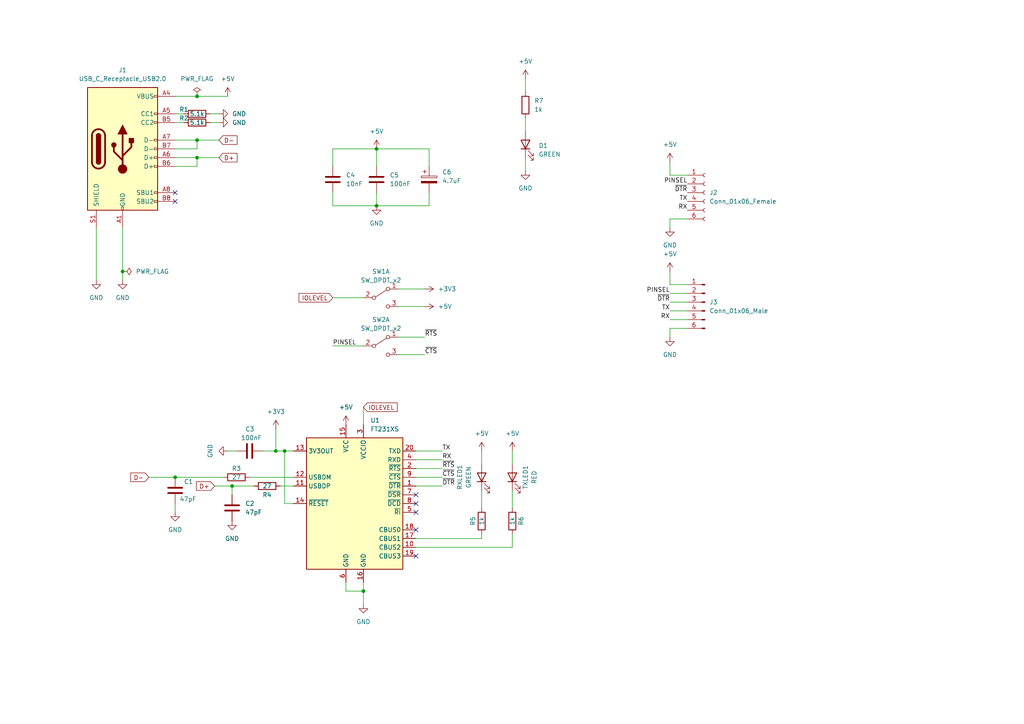
<source format=kicad_sch>
(kicad_sch (version 20211123) (generator eeschema)
  (paper "A4")
  (title_block (title "USB-TTL") (date "2022-08-03") (rev "v0.1") (company "Null NaN") (comment 1 "Feature: Type-C Level Changer") (comment 2 "Made with ♥"))
  (lib_symbols
    (symbol "Connector:Conn_01x06_Female" (pin_names (offset 1.016) hide)
      (property "Reference" "J" (at 0 7.62 0))
      (property "Value" "Conn_01x06_Female" (at 0 -10.16 0))
      (symbol "Conn_01x06_Female_1_1"
        (arc (start 0 -7.112) (mid -0.508 -7.62) (end 0 -8.128) (stroke (width 0.1524)))
        (arc (start 0 -4.572) (mid -0.508 -5.08) (end 0 -5.588) (stroke (width 0.1524)))
        (arc (start 0 -2.032) (mid -0.508 -2.54) (end 0 -3.048) (stroke (width 0.1524)))
        (polyline (pts (xy -1.27 -7.62) (xy -0.508 -7.62)) (stroke (width 0.1524)))
        (polyline (pts (xy -1.27 -5.08) (xy -0.508 -5.08)) (stroke (width 0.1524)))
        (polyline (pts (xy -1.27 -2.54) (xy -0.508 -2.54)) (stroke (width 0.1524)))
        (polyline (pts (xy -1.27 0) (xy -0.508 0)) (stroke (width 0.1524)))
        (polyline (pts (xy -1.27 2.54) (xy -0.508 2.54)) (stroke (width 0.1524)))
        (polyline (pts (xy -1.27 5.08) (xy -0.508 5.08)) (stroke (width 0.1524)))
        (arc (start 0 0.508) (mid -0.508 0) (end 0 -0.508) (stroke (width 0.1524)))
        (arc (start 0 3.048) (mid -0.508 2.54) (end 0 2.032) (stroke (width 0.1524)))
        (arc (start 0 5.588) (mid -0.508 5.08) (end 0 4.572) (stroke (width 0.1524)))
        (pin passive line (at -5.08 5.08 0) (length 3.81) (name "Pin_1") (number "1"))
        (pin passive line (at -5.08 2.54 0) (length 3.81) (name "Pin_2") (number "2"))
        (pin passive line (at -5.08 0 0) (length 3.81) (name "Pin_3") (number "3"))
        (pin passive line (at -5.08 -2.54 0) (length 3.81) (name "Pin_4") (number "4"))
        (pin passive line (at -5.08 -5.08 0) (length 3.81) (name "Pin_5") (number "5"))
        (pin passive line (at -5.08 -7.62 0) (length 3.81) (name "Pin_6") (number "6"))
      )
    )
    (symbol "Connector:Conn_01x06_Male" (pin_names (offset 1.016) hide)
      (property "Reference" "J" (at 0 7.62 0))
      (property "Value" "Conn_01x06_Male" (at 0 -10.16 0))
      (symbol "Conn_01x06_Male_1_1"
        (polyline (pts (xy 1.27 -7.62) (xy 0.8636 -7.62)) (stroke (width 0.1524)))
        (polyline (pts (xy 1.27 -5.08) (xy 0.8636 -5.08)) (stroke (width 0.1524)))
        (polyline (pts (xy 1.27 -2.54) (xy 0.8636 -2.54)) (stroke (width 0.1524)))
        (polyline (pts (xy 1.27 0) (xy 0.8636 0)) (stroke (width 0.1524)))
        (polyline (pts (xy 1.27 2.54) (xy 0.8636 2.54)) (stroke (width 0.1524)))
        (polyline (pts (xy 1.27 5.08) (xy 0.8636 5.08)) (stroke (width 0.1524)))
        (rectangle (start 0.8636 -7.493) (end 0 -7.747) (stroke (width 0.1524)) (fill (type outline)))
        (rectangle (start 0.8636 -4.953) (end 0 -5.207) (stroke (width 0.1524)) (fill (type outline)))
        (rectangle (start 0.8636 -2.413) (end 0 -2.667) (stroke (width 0.1524)) (fill (type outline)))
        (rectangle (start 0.8636 0.127) (end 0 -0.127) (stroke (width 0.1524)) (fill (type outline)))
        (rectangle (start 0.8636 2.667) (end 0 2.413) (stroke (width 0.1524)) (fill (type outline)))
        (rectangle (start 0.8636 5.207) (end 0 4.953) (stroke (width 0.1524)) (fill (type outline)))
        (pin passive line (at 5.08 5.08 180) (length 3.81) (name "Pin_1") (number "1"))
        (pin passive line (at 5.08 2.54 180) (length 3.81) (name "Pin_2") (number "2"))
        (pin passive line (at 5.08 0 180) (length 3.81) (name "Pin_3") (number "3"))
        (pin passive line (at 5.08 -2.54 180) (length 3.81) (name "Pin_4") (number "4"))
        (pin passive line (at 5.08 -5.08 180) (length 3.81) (name "Pin_5") (number "5"))
        (pin passive line (at 5.08 -7.62 180) (length 3.81) (name "Pin_6") (number "6"))
      )
    )
    (symbol "Connector:USB_C_Receptacle_USB2.0" (pin_names (offset 1.016))
      (property "Reference" "J" (at -10.16 19.05 0))
      (property "Value" "USB_C_Receptacle_USB2.0" (at 19.05 19.05 0))
      (symbol "USB_C_Receptacle_USB2.0_0_0"
        (rectangle (start -0.254 -17.78) (end 0.254 -16.764))
        (rectangle (start 10.16 -14.986) (end 9.144 -15.494))
        (rectangle (start 10.16 -12.446) (end 9.144 -12.954))
        (rectangle (start 10.16 -4.826) (end 9.144 -5.334))
        (rectangle (start 10.16 -2.286) (end 9.144 -2.794))
        (rectangle (start 10.16 0.254) (end 9.144 -0.254))
        (rectangle (start 10.16 2.794) (end 9.144 2.286))
        (rectangle (start 10.16 7.874) (end 9.144 7.366))
        (rectangle (start 10.16 10.414) (end 9.144 9.906))
        (rectangle (start 10.16 15.494) (end 9.144 14.986))
      )
      (symbol "USB_C_Receptacle_USB2.0_0_1"
        (rectangle (start -10.16 17.78) (end 10.16 -17.78) (stroke (width 0.254)) (fill (type background)))
        (arc (start -8.89 -3.81) (mid -6.985 -5.715) (end -5.08 -3.81) (stroke (width 0.508)))
        (arc (start -7.62 -3.81) (mid -6.985 -4.445) (end -6.35 -3.81) (stroke (width 0.254)))
        (arc (start -7.62 -3.81) (mid -6.985 -4.445) (end -6.35 -3.81) (stroke (width 0.254)) (fill (type outline)))
        (rectangle (start -7.62 -3.81) (end -6.35 3.81) (stroke (width 0.254)) (fill (type outline)))
        (arc (start -6.35 3.81) (mid -6.985 4.445) (end -7.62 3.81) (stroke (width 0.254)))
        (arc (start -6.35 3.81) (mid -6.985 4.445) (end -7.62 3.81) (stroke (width 0.254)) (fill (type outline)))
        (arc (start -5.08 3.81) (mid -6.985 5.715) (end -8.89 3.81) (stroke (width 0.508)))
        (circle (center -2.54 1.143) (radius 0.635) (stroke (width 0.254)) (fill (type outline)))
        (circle (center 0 -5.842) (radius 1.27) (fill (type outline)))
        (polyline (pts (xy -8.89 -3.81) (xy -8.89 3.81)) (stroke (width 0.508)))
        (polyline (pts (xy -5.08 3.81) (xy -5.08 -3.81)) (stroke (width 0.508)))
        (polyline (pts (xy 0 -5.842) (xy 0 4.318)) (stroke (width 0.508)))
        (polyline (pts (xy 0 -3.302) (xy -2.54 -0.762) (xy -2.54 0.508)) (stroke (width 0.508)))
        (polyline (pts (xy 0 -2.032) (xy 2.54 0.508) (xy 2.54 1.778)) (stroke (width 0.508)))
        (polyline (pts (xy -1.27 4.318) (xy 0 6.858) (xy 1.27 4.318) (xy -1.27 4.318)) (stroke (width 0.254)) (fill (type outline)))
        (rectangle (start 1.905 1.778) (end 3.175 3.048) (stroke (width 0.254)) (fill (type outline)))
      )
      (symbol "USB_C_Receptacle_USB2.0_1_1"
        (pin passive line (at 0 -22.86 90) (length 5.08) (name "GND") (number "A1"))
        (pin passive line (at 0 -22.86 90) (length 5.08) hide (name "GND") (number "A12"))
        (pin passive line (at 15.24 15.24 180) (length 5.08) (name "VBUS") (number "A4"))
        (pin bidirectional line (at 15.24 10.16 180) (length 5.08) (name "CC1") (number "A5"))
        (pin bidirectional line (at 15.24 -2.54 180) (length 5.08) (name "D+") (number "A6"))
        (pin bidirectional line (at 15.24 2.54 180) (length 5.08) (name "D-") (number "A7"))
        (pin bidirectional line (at 15.24 -12.7 180) (length 5.08) (name "SBU1") (number "A8"))
        (pin passive line (at 15.24 15.24 180) (length 5.08) hide (name "VBUS") (number "A9"))
        (pin passive line (at 0 -22.86 90) (length 5.08) hide (name "GND") (number "B1"))
        (pin passive line (at 0 -22.86 90) (length 5.08) hide (name "GND") (number "B12"))
        (pin passive line (at 15.24 15.24 180) (length 5.08) hide (name "VBUS") (number "B4"))
        (pin bidirectional line (at 15.24 7.62 180) (length 5.08) (name "CC2") (number "B5"))
        (pin bidirectional line (at 15.24 -5.08 180) (length 5.08) (name "D+") (number "B6"))
        (pin bidirectional line (at 15.24 0 180) (length 5.08) (name "D-") (number "B7"))
        (pin bidirectional line (at 15.24 -15.24 180) (length 5.08) (name "SBU2") (number "B8"))
        (pin passive line (at 15.24 15.24 180) (length 5.08) hide (name "VBUS") (number "B9"))
        (pin passive line (at -7.62 -22.86 90) (length 5.08) (name "SHIELD") (number "S1"))
      )
    )
    (symbol "Device:C" (pin_numbers hide) (pin_names (offset 0.254))
      (property "Reference" "C" (at 0.635 2.54 0))
      (property "Value" "C" (at 0.635 -2.54 0))
      (symbol "C_0_1"
        (polyline (pts (xy -2.032 -0.762) (xy 2.032 -0.762)) (stroke (width 0.508)))
        (polyline (pts (xy -2.032 0.762) (xy 2.032 0.762)) (stroke (width 0.508)))
      )
      (symbol "C_1_1"
        (pin passive line (at 0 3.81 270) (length 2.794) (name "~") (number "1"))
        (pin passive line (at 0 -3.81 90) (length 2.794) (name "~") (number "2"))
      )
    )
    (symbol "Device:C_Polarized" (pin_numbers hide) (pin_names (offset 0.254))
      (property "Reference" "C" (at 0.635 2.54 0))
      (property "Value" "C_Polarized" (at 0.635 -2.54 0))
      (symbol "C_Polarized_0_1"
        (rectangle (start -2.286 0.508) (end 2.286 1.016))
        (polyline (pts (xy -1.778 2.286) (xy -0.762 2.286)))
        (polyline (pts (xy -1.27 2.794) (xy -1.27 1.778)))
        (rectangle (start 2.286 -0.508) (end -2.286 -1.016) (fill (type outline)))
      )
      (symbol "C_Polarized_1_1"
        (pin passive line (at 0 3.81 270) (length 2.794) (name "~") (number "1"))
        (pin passive line (at 0 -3.81 90) (length 2.794) (name "~") (number "2"))
      )
    )
    (symbol "Device:LED" (pin_numbers hide) (pin_names (offset 1.016) hide)
      (property "Reference" "D" (at 0 2.54 0))
      (property "Value" "LED" (at 0 -2.54 0))
      (symbol "LED_0_1"
        (polyline (pts (xy -1.27 -1.27) (xy -1.27 1.27)) (stroke (width 0.254)))
        (polyline (pts (xy -1.27 0) (xy 1.27 0)))
        (polyline (pts (xy 1.27 -1.27) (xy 1.27 1.27) (xy -1.27 0) (xy 1.27 -1.27)) (stroke (width 0.254)))
        (polyline (pts (xy -3.048 -0.762) (xy -4.572 -2.286) (xy -3.81 -2.286) (xy -4.572 -2.286) (xy -4.572 -1.524)))
        (polyline (pts (xy -1.778 -0.762) (xy -3.302 -2.286) (xy -2.54 -2.286) (xy -3.302 -2.286) (xy -3.302 -1.524)))
      )
      (symbol "LED_1_1"
        (pin passive line (at -3.81 0 0) (length 2.54) (name "K") (number "1"))
        (pin passive line (at 3.81 0 180) (length 2.54) (name "A") (number "2"))
      )
    )
    (symbol "Device:R" (pin_numbers hide) (pin_names (offset 0))
      (property "Reference" "R" (at 2.032 0 90))
      (property "Value" "R" (at 0 0 90))
      (symbol "R_0_1"
        (rectangle (start -1.016 -2.54) (end 1.016 2.54) (stroke (width 0.254)))
      )
      (symbol "R_1_1"
        (pin passive line (at 0 3.81 270) (length 1.27) (name "~") (number "1"))
        (pin passive line (at 0 -3.81 90) (length 1.27) (name "~") (number "2"))
      )
    )
    (symbol "Interface_USB:FT231XS"
      (property "Reference" "U" (at -13.97 20.32 0))
      (property "Value" "FT231XS" (at 7.62 20.32 0))
      (symbol "FT231XS_0_1"
        (rectangle (start -13.97 19.05) (end 13.97 -19.05) (stroke (width 0.254)) (fill (type background)))
      )
      (symbol "FT231XS_1_1"
        (pin output line (at 17.78 5.08 180) (length 3.81) (name "~{DTR}") (number "1"))
        (pin bidirectional line (at 17.78 -12.7 180) (length 3.81) (name "CBUS2") (number "10"))
        (pin bidirectional line (at -17.78 5.08 0) (length 3.81) (name "USBDP") (number "11"))
        (pin bidirectional line (at -17.78 7.62 0) (length 3.81) (name "USBDM") (number "12"))
        (pin power_out line (at -17.78 15.24 0) (length 3.81) (name "3V3OUT") (number "13"))
        (pin input line (at -17.78 0 0) (length 3.81) (name "~{RESET}") (number "14"))
        (pin power_in line (at -2.54 22.86 270) (length 3.81) (name "VCC") (number "15"))
        (pin power_in line (at 2.54 -22.86 90) (length 3.81) (name "GND") (number "16"))
        (pin bidirectional line (at 17.78 -10.16 180) (length 3.81) (name "CBUS1") (number "17"))
        (pin bidirectional line (at 17.78 -7.62 180) (length 3.81) (name "CBUS0") (number "18"))
        (pin bidirectional line (at 17.78 -15.24 180) (length 3.81) (name "CBUS3") (number "19"))
        (pin output line (at 17.78 10.16 180) (length 3.81) (name "~{RTS}") (number "2"))
        (pin output line (at 17.78 15.24 180) (length 3.81) (name "TXD") (number "20"))
        (pin power_in line (at 2.54 22.86 270) (length 3.81) (name "VCCIO") (number "3"))
        (pin input line (at 17.78 12.7 180) (length 3.81) (name "RXD") (number "4"))
        (pin input line (at 17.78 -2.54 180) (length 3.81) (name "~{RI}") (number "5"))
        (pin power_in line (at -2.54 -22.86 90) (length 3.81) (name "GND") (number "6"))
        (pin input line (at 17.78 2.54 180) (length 3.81) (name "~{DSR}") (number "7"))
        (pin input line (at 17.78 0 180) (length 3.81) (name "~{DCD}") (number "8"))
        (pin input line (at 17.78 7.62 180) (length 3.81) (name "~{CTS}") (number "9"))
      )
    )
    (symbol "Switch:SW_DPDT_x2" (pin_names (offset 0) hide)
      (property "Reference" "SW" (at 0 4.318 0))
      (property "Value" "SW_DPDT_x2" (at 0 -5.08 0))
      (symbol "SW_DPDT_x2_0_0"
        (circle (center -2.032 0) (radius 0.508))
        (circle (center 2.032 -2.54) (radius 0.508))
      )
      (symbol "SW_DPDT_x2_0_1"
        (polyline (pts (xy -1.524 0.254) (xy 1.651 2.286)))
        (circle (center 2.032 2.54) (radius 0.508))
      )
      (symbol "SW_DPDT_x2_1_1"
        (pin passive line (at 5.08 2.54 180) (length 2.54) (name "A") (number "1"))
        (pin passive line (at -5.08 0 0) (length 2.54) (name "B") (number "2"))
        (pin passive line (at 5.08 -2.54 180) (length 2.54) (name "C") (number "3"))
      )
      (symbol "SW_DPDT_x2_2_1"
        (pin passive line (at 5.08 2.54 180) (length 2.54) (name "A") (number "4"))
        (pin passive line (at -5.08 0 0) (length 2.54) (name "B") (number "5"))
        (pin passive line (at 5.08 -2.54 180) (length 2.54) (name "C") (number "6"))
      )
    )
    (symbol "power:+3V3" (power) (pin_names (offset 0))
      (property "Value" "+3V3" (at 0 3.556 0))
      (symbol "+3V3_0_1"
        (polyline (pts (xy -0.762 1.27) (xy 0 2.54)))
        (polyline (pts (xy 0 0) (xy 0 2.54)))
        (polyline (pts (xy 0 2.54) (xy 0.762 1.27)))
      )
      (symbol "+3V3_1_1"
        (pin power_in line (at 0 0 90) (length 0) hide (name "+3V3") (number "1"))
      )
    )
    (symbol "power:+5V" (power) (pin_names (offset 0))
      (property "Value" "+5V" (at 0 3.556 0))
      (symbol "+5V_0_1"
        (polyline (pts (xy -0.762 1.27) (xy 0 2.54)))
        (polyline (pts (xy 0 0) (xy 0 2.54)))
        (polyline (pts (xy 0 2.54) (xy 0.762 1.27)))
      )
      (symbol "+5V_1_1"
        (pin power_in line (at 0 0 90) (length 0) hide (name "+5V") (number "1"))
      )
    )
    (symbol "power:GND" (power) (pin_names (offset 0))
      (property "Value" "GND" (at 0 -3.81 0))
      (symbol "GND_0_1"
        (polyline (pts (xy 0 0) (xy 0 -1.27) (xy 1.27 -1.27) (xy 0 -2.54) (xy -1.27 -1.27) (xy 0 -1.27)))
      )
      (symbol "GND_1_1"
        (pin power_in line (at 0 0 270) (length 0) hide (name "GND") (number "1"))
      )
    )
    (symbol "power:PWR_FLAG" (power) (pin_numbers hide) (pin_names (offset 0) hide)
      (property "Value" "PWR_FLAG" (at 0 3.81 0))
      (symbol "PWR_FLAG_0_0"
        (pin power_out line (at 0 0 90) (length 0) (name "pwr") (number "1"))
      )
      (symbol "PWR_FLAG_0_1"
        (polyline (pts (xy 0 0) (xy 0 1.27) (xy -1.016 1.905) (xy 0 2.54) (xy 1.016 1.905) (xy 0 1.27)))
      )
    )
  )
  (junction (at 105.41 171.45))
  (junction (at 57.15 45.72))
  (junction (at 57.15 27.94))
  (junction (at 109.22 43.18))
  (junction (at 109.22 59.69))
  (junction (at 80.01 130.81))
  (junction (at 67.31 140.97))
  (junction (at 50.8 138.43))
  (junction (at 82.55 130.81))
  (junction (at 35.56 78.74))
  (junction (at 57.15 40.64))
  (no_connect (at 120.65 143.51))
  (no_connect (at 120.65 146.05))
  (no_connect (at 120.65 148.59))
  (no_connect (at 120.65 153.67))
  (no_connect (at 120.65 161.29))
  (no_connect (at 50.8 55.88))
  (no_connect (at 50.8 58.42))
  (wire (pts (xy 139.7 156.21) (xy 139.7 154.94)))
  (wire (pts (xy 115.57 97.79) (xy 123.19 97.79)))
  (wire (pts (xy 60.96 33.02) (xy 63.5 33.02)))
  (wire (pts (xy 194.31 63.5) (xy 199.39 63.5)))
  (wire (pts (xy 194.31 63.5) (xy 194.31 66.04)))
  (wire (pts (xy 57.15 43.18) (xy 57.15 40.64)))
  (wire (pts (xy 57.15 48.26) (xy 57.15 45.72)))
  (wire (pts (xy 109.22 55.88) (xy 109.22 59.69)))
  (wire (pts (xy 82.55 130.81) (xy 82.55 146.05)))
  (wire (pts (xy 57.15 45.72) (xy 63.5 45.72)))
  (wire (pts (xy 81.28 140.97) (xy 85.09 140.97)))
  (wire (pts (xy 96.52 100.33) (xy 105.41 100.33)))
  (wire (pts (xy 50.8 35.56) (xy 53.34 35.56)))
  (wire (pts (xy 96.52 43.18) (xy 96.52 48.26)))
  (wire (pts (xy 50.8 27.94) (xy 57.15 27.94)))
  (wire (pts (xy 105.41 171.45) (xy 105.41 175.26)))
  (wire (pts (xy 35.56 78.74) (xy 35.56 81.28)))
  (wire (pts (xy 109.22 43.18) (xy 124.46 43.18)))
  (wire (pts (xy 120.65 130.81) (xy 128.27 130.81)))
  (wire (pts (xy 80.01 124.46) (xy 80.01 130.81)))
  (wire (pts (xy 57.15 40.64) (xy 63.5 40.64)))
  (wire (pts (xy 105.41 118.11) (xy 105.41 123.19)))
  (wire (pts (xy 35.56 66.04) (xy 35.56 78.74)))
  (wire (pts (xy 120.65 135.89) (xy 128.27 135.89)))
  (wire (pts (xy 109.22 43.18) (xy 109.22 48.26)))
  (wire (pts (xy 109.22 43.18) (xy 96.52 43.18)))
  (wire (pts (xy 120.65 156.21) (xy 139.7 156.21)))
  (wire (pts (xy 194.31 85.09) (xy 199.39 85.09)))
  (wire (pts (xy 50.8 33.02) (xy 53.34 33.02)))
  (wire (pts (xy 120.65 158.75) (xy 148.59 158.75)))
  (wire (pts (xy 43.18 138.43) (xy 50.8 138.43)))
  (wire (pts (xy 115.57 102.87) (xy 123.19 102.87)))
  (wire (pts (xy 152.4 45.72) (xy 152.4 49.53)))
  (wire (pts (xy 115.57 83.82) (xy 123.19 83.82)))
  (wire (pts (xy 67.31 140.97) (xy 73.66 140.97)))
  (wire (pts (xy 80.01 130.81) (xy 82.55 130.81)))
  (wire (pts (xy 76.2 130.81) (xy 80.01 130.81)))
  (wire (pts (xy 96.52 86.36) (xy 105.41 86.36)))
  (wire (pts (xy 96.52 55.88) (xy 96.52 59.69)))
  (wire (pts (xy 194.31 78.74) (xy 194.31 82.55)))
  (wire (pts (xy 115.57 88.9) (xy 123.19 88.9)))
  (wire (pts (xy 109.22 59.69) (xy 124.46 59.69)))
  (wire (pts (xy 96.52 59.69) (xy 109.22 59.69)))
  (wire (pts (xy 100.33 168.91) (xy 100.33 171.45)))
  (wire (pts (xy 50.8 43.18) (xy 57.15 43.18)))
  (wire (pts (xy 50.8 45.72) (xy 57.15 45.72)))
  (wire (pts (xy 194.31 82.55) (xy 199.39 82.55)))
  (wire (pts (xy 139.7 134.62) (xy 139.7 130.81)))
  (wire (pts (xy 100.33 171.45) (xy 105.41 171.45)))
  (wire (pts (xy 120.65 140.97) (xy 128.27 140.97)))
  (wire (pts (xy 148.59 134.62) (xy 148.59 130.81)))
  (wire (pts (xy 152.4 34.29) (xy 152.4 38.1)))
  (wire (pts (xy 148.59 158.75) (xy 148.59 154.94)))
  (wire (pts (xy 27.94 66.04) (xy 27.94 81.28)))
  (wire (pts (xy 50.8 138.43) (xy 64.77 138.43)))
  (wire (pts (xy 148.59 147.32) (xy 148.59 142.24)))
  (wire (pts (xy 82.55 146.05) (xy 85.09 146.05)))
  (wire (pts (xy 72.39 138.43) (xy 85.09 138.43)))
  (wire (pts (xy 194.31 87.63) (xy 199.39 87.63)))
  (wire (pts (xy 194.31 95.25) (xy 199.39 95.25)))
  (wire (pts (xy 50.8 146.05) (xy 50.8 148.59)))
  (wire (pts (xy 62.23 140.97) (xy 67.31 140.97)))
  (wire (pts (xy 152.4 22.86) (xy 152.4 26.67)))
  (wire (pts (xy 105.41 168.91) (xy 105.41 171.45)))
  (wire (pts (xy 68.58 130.81) (xy 66.04 130.81)))
  (wire (pts (xy 50.8 40.64) (xy 57.15 40.64)))
  (wire (pts (xy 139.7 147.32) (xy 139.7 142.24)))
  (wire (pts (xy 194.31 92.71) (xy 199.39 92.71)))
  (wire (pts (xy 194.31 50.8) (xy 199.39 50.8)))
  (wire (pts (xy 82.55 130.81) (xy 85.09 130.81)))
  (wire (pts (xy 60.96 35.56) (xy 63.5 35.56)))
  (wire (pts (xy 50.8 48.26) (xy 57.15 48.26)))
  (wire (pts (xy 194.31 46.99) (xy 194.31 50.8)))
  (wire (pts (xy 194.31 95.25) (xy 194.31 97.79)))
  (wire (pts (xy 124.46 59.69) (xy 124.46 55.88)))
  (wire (pts (xy 120.65 133.35) (xy 128.27 133.35)))
  (wire (pts (xy 194.31 90.17) (xy 199.39 90.17)))
  (wire (pts (xy 67.31 140.97) (xy 67.31 143.51)))
  (wire (pts (xy 57.15 27.94) (xy 66.04 27.94)))
  (wire (pts (xy 120.65 138.43) (xy 128.27 138.43)))
  (wire (pts (xy 124.46 43.18) (xy 124.46 48.26)))
  (label "~{CTS}" (at 123.19 102.87 0))
  (label "RX" (at 199.39 60.96 180))
  (label "PINSEL" (at 96.52 100.33 0))
  (label "TX" (at 199.39 58.42 180))
  (label "PINSEL" (at 194.31 85.09 180))
  (label "~{DTR}" (at 199.39 55.88 180))
  (label "PINSEL" (at 199.39 53.34 180))
  (label "TX" (at 194.31 90.17 180))
  (label "~{RTS}" (at 123.19 97.79 0))
  (label "~{CTS}" (at 128.27 138.43 0))
  (label "~{DTR}" (at 194.31 87.63 180))
  (label "~{RTS}" (at 128.27 135.89 0))
  (label "RX" (at 128.27 133.35 0))
  (label "~{DTR}" (at 128.27 140.97 0))
  (label "TX" (at 128.27 130.81 0))
  (label "RX" (at 194.31 92.71 180))
  (global_label "IOLEVEL" (shape input) (at 96.52 86.36 180) (property "Intersheet References" "${INTERSHEET_REFS}" (effects hide)))
  (global_label "D-" (shape input) (at 43.18 138.43 180) (property "Intersheet References" "${INTERSHEET_REFS}" (effects hide)))
  (global_label "D-" (shape input) (at 63.5 40.64 0) (property "Intersheet References" "${INTERSHEET_REFS}" (effects hide)))
  (global_label "D+" (shape input) (at 62.23 140.97 180) (property "Intersheet References" "${INTERSHEET_REFS}" (effects hide)))
  (global_label "D+" (shape input) (at 63.5 45.72 0) (property "Intersheet References" "${INTERSHEET_REFS}" (effects hide)))
  (global_label "IOLEVEL" (shape input) (at 105.41 118.11 0) (property "Intersheet References" "${INTERSHEET_REFS}" (effects hide)))
  (symbol (lib_id "power:+5V") (at 148.59 130.81 0) (unit 1)
    (property "Reference" "#PWR017" (effects hide))
    (property "Value" "+5V" (at 148.59 125.73 0))
  )
  (symbol (lib_id "Interface_USB:FT231XS") (at 102.87 146.05 0) (unit 1)
    (property "Reference" "U1" (at 107.4294 121.92 0) (effects (justify left)))
    (property "Value" "FT231XS" (at 107.4294 124.46 0) (effects (justify left)))
    (property "Footprint" "Package_SO:SSOP-20_3.9x8.7mm_P0.635mm" (effects hide))
    (property "Datasheet" "https://www.ftdichip.com/Support/Documents/DataSheets/ICs/DS_FT231X.pdf" (effects hide))
  )
  (symbol (lib_id "Device:C_Polarized") (at 124.46 52.07 0) (unit 1)
    (property "Reference" "C6" (at 128.27 49.9109 0) (effects (justify left)))
    (property "Value" "4.7uF" (at 128.27 52.4509 0) (effects (justify left)))
  )
  (symbol (lib_id "power:GND") (at 50.8 148.59 0) (unit 1)
    (property "Reference" "#PWR03" (effects hide))
    (property "Value" "GND" (at 50.8 153.67 0))
  )
  (symbol (lib_id "power:+5V") (at 109.22 43.18 0) (unit 1)
    (property "Reference" "#PWR012" (effects hide))
    (property "Value" "+5V" (at 109.22 38.1 0))
  )
  (symbol (lib_id "power:GND") (at 63.5 35.56 90) (unit 1)
    (property "Reference" "#PWR05" (effects hide))
    (property "Value" "GND" (at 67.31 35.5599 90) (effects (justify right)))
  )
  (symbol (lib_id "power:+5V") (at 152.4 22.86 0) (unit 1)
    (property "Reference" "#PWR018" (effects hide))
    (property "Value" "+5V" (at 152.4 17.78 0))
  )
  (symbol (lib_id "Device:R") (at 139.7 151.13 180) (unit 1)
    (property "Reference" "R5" (at 137.16 151.13 90))
    (property "Value" "1k" (at 139.7 151.13 90))
  )
  (symbol (lib_id "Device:R") (at 152.4 30.48 0) (unit 1)
    (property "Reference" "R7" (at 154.94 29.2099 0) (effects (justify left)))
    (property "Value" "1k" (at 154.94 31.7499 0) (effects (justify left)))
  )
  (symbol (lib_id "Connector:Conn_01x06_Male") (at 204.47 87.63 0) (mirror y) (unit 1)
    (property "Reference" "J3" (at 205.74 87.6299 0) (effects (justify right)))
    (property "Value" "Conn_01x06_Male" (at 205.74 90.1699 0) (effects (justify right)))
  )
  (symbol (lib_id "power:+5V") (at 123.19 88.9 270) (unit 1)
    (property "Reference" "#PWR015" (effects hide))
    (property "Value" "+5V" (at 127 88.8999 90) (effects (justify left)))
  )
  (symbol (lib_id "Switch:SW_DPDT_x2") (at 110.49 86.36 0) (unit 1)
    (property "Reference" "SW1" (at 110.49 78.74 0))
    (property "Value" "SW_DPDT_x2" (at 110.49 81.28 0))
  )
  (symbol (lib_id "Device:R") (at 77.47 140.97 90) (unit 1)
    (property "Reference" "R4" (at 77.47 143.51 90))
    (property "Value" "27" (at 77.47 140.97 90))
  )
  (symbol (lib_id "power:GND") (at 152.4 49.53 0) (unit 1)
    (property "Reference" "#PWR019" (effects hide))
    (property "Value" "GND" (at 152.4 54.61 0))
  )
  (symbol (lib_id "Device:LED") (at 139.7 138.43 90) (unit 1)
    (property "Reference" "RXLED1" (at 133.35 138.43 0))
    (property "Value" "GREEN" (at 135.89 138.43 0))
  )
  (symbol (lib_id "Connector:USB_C_Receptacle_USB2.0") (at 35.56 43.18 0) (unit 1)
    (property "Reference" "J1" (at 35.56 20.32 0))
    (property "Value" "USB_C_Receptacle_USB2.0" (at 35.56 22.86 0))
    (property "Datasheet" "https://www.usb.org/sites/default/files/documents/usb_type-c.zip" (effects hide))
  )
  (symbol (lib_id "Switch:SW_DPDT_x2") (at 110.49 100.33 0) (unit 1)
    (property "Reference" "SW2" (at 110.49 92.71 0))
    (property "Value" "SW_DPDT_x2" (at 110.49 95.25 0))
  )
  (symbol (lib_id "power:GND") (at 194.31 66.04 0) (unit 1)
    (property "Reference" "#PWR021" (effects hide))
    (property "Value" "GND" (at 194.31 71.12 0))
  )
  (symbol (lib_id "power:GND") (at 27.94 81.28 0) (unit 1)
    (property "Reference" "#PWR01" (effects hide))
    (property "Value" "GND" (at 27.94 86.36 0))
  )
  (symbol (lib_id "power:GND") (at 105.41 175.26 0) (unit 1)
    (property "Reference" "#PWR011" (effects hide))
    (property "Value" "GND" (at 105.41 180.34 0))
  )
  (symbol (lib_id "power:+5V") (at 194.31 46.99 0) (mirror y) (unit 1)
    (property "Reference" "#PWR020" (effects hide))
    (property "Value" "+5V" (at 194.31 41.91 0))
  )
  (symbol (lib_id "Device:LED") (at 148.59 138.43 90) (unit 1)
    (property "Reference" "TXLED1" (at 152.4 138.43 0))
    (property "Value" "RED" (at 154.94 138.43 0))
  )
  (symbol (lib_id "power:GND") (at 67.31 151.13 0) (unit 1)
    (property "Reference" "#PWR08" (effects hide))
    (property "Value" "GND" (at 67.31 156.21 0))
  )
  (symbol (lib_id "Device:C") (at 72.39 130.81 270) (unit 1)
    (property "Reference" "C3" (at 71.12 124.46 90) (effects (justify left)))
    (property "Value" "100nF" (at 69.85 127 90) (effects (justify left)))
  )
  (symbol (lib_id "Device:C") (at 50.8 142.24 0) (unit 1)
    (property "Reference" "C1" (at 53.34 139.7 0) (effects (justify left)))
    (property "Value" "47pF" (at 52.07 144.78 0) (effects (justify left)))
  )
  (symbol (lib_id "power:GND") (at 35.56 81.28 0) (unit 1)
    (property "Reference" "#PWR02" (effects hide))
    (property "Value" "GND" (at 35.56 86.36 0))
  )
  (symbol (lib_id "power:GND") (at 66.04 130.81 270) (unit 1)
    (property "Reference" "#PWR07" (effects hide))
    (property "Value" "GND" (at 60.96 130.81 0))
  )
  (symbol (lib_id "Connector:Conn_01x06_Female") (at 204.47 55.88 0) (unit 1)
    (property "Reference" "J2" (at 205.74 55.8799 0) (effects (justify left)))
    (property "Value" "Conn_01x06_Female" (at 205.74 58.4199 0) (effects (justify left)))
  )
  (symbol (lib_id "power:+3V3") (at 123.19 83.82 270) (unit 1)
    (property "Reference" "#PWR014" (effects hide))
    (property "Value" "+3V3" (at 127 83.8199 90) (effects (justify left)))
  )
  (symbol (lib_id "power:PWR_FLAG") (at 57.15 27.94 0) (unit 1)
    (property "Reference" "#FLG02" (effects hide))
    (property "Value" "PWR_FLAG" (at 57.15 22.86 0))
  )
  (symbol (lib_id "power:GND") (at 194.31 97.79 0) (unit 1)
    (property "Reference" "#PWR023" (effects hide))
    (property "Value" "GND" (at 194.31 102.87 0))
  )
  (symbol (lib_id "Device:R") (at 68.58 138.43 90) (unit 1)
    (property "Reference" "R3" (at 68.58 135.89 90))
    (property "Value" "27" (at 68.58 138.43 90))
  )
  (symbol (lib_id "power:GND") (at 63.5 33.02 90) (unit 1)
    (property "Reference" "#PWR04" (effects hide))
    (property "Value" "GND" (at 67.31 33.0199 90) (effects (justify right)))
  )
  (symbol (lib_id "power:+5V") (at 194.31 78.74 0) (unit 1)
    (property "Reference" "#PWR022" (effects hide))
    (property "Value" "+5V" (at 194.31 73.66 0))
  )
  (symbol (lib_id "Device:C") (at 109.22 52.07 0) (unit 1)
    (property "Reference" "C5" (at 113.03 50.7999 0) (effects (justify left)))
    (property "Value" "100nF" (at 113.03 53.3399 0) (effects (justify left)))
  )
  (symbol (lib_id "Device:R") (at 57.15 35.56 90) (unit 1)
    (property "Reference" "R2" (at 53.34 34.29 90))
    (property "Value" "5.1k" (at 57.15 35.56 90))
  )
  (symbol (lib_id "power:+5V") (at 100.33 123.19 0) (unit 1)
    (property "Reference" "#PWR010" (effects hide))
    (property "Value" "+5V" (at 100.33 118.11 0))
  )
  (symbol (lib_id "power:GND") (at 109.22 59.69 0) (unit 1)
    (property "Reference" "#PWR013" (effects hide))
    (property "Value" "GND" (at 109.22 64.77 0))
  )
  (symbol (lib_id "Device:R") (at 57.15 33.02 90) (unit 1)
    (property "Reference" "R1" (at 53.34 31.75 90))
    (property "Value" "5.1k" (at 57.15 33.02 90))
  )
  (symbol (lib_id "Device:C") (at 96.52 52.07 0) (unit 1)
    (property "Reference" "C4" (at 100.33 50.7999 0) (effects (justify left)))
    (property "Value" "10nF" (at 100.33 53.3399 0) (effects (justify left)))
  )
  (symbol (lib_id "power:+5V") (at 139.7 130.81 0) (unit 1)
    (property "Reference" "#PWR016" (effects hide))
    (property "Value" "+5V" (at 139.7 125.73 0))
  )
  (symbol (lib_id "power:+3V3") (at 80.01 124.46 0) (unit 1)
    (property "Reference" "#PWR09" (effects hide))
    (property "Value" "+3V3" (at 80.01 119.38 0))
  )
  (symbol (lib_id "Device:R") (at 148.59 151.13 180) (unit 1)
    (property "Reference" "R6" (at 151.13 151.13 90))
    (property "Value" "1k" (at 148.59 151.13 90))
  )
  (symbol (lib_id "power:+5V") (at 66.04 27.94 0) (unit 1)
    (property "Reference" "#PWR06" (effects hide))
    (property "Value" "+5V" (at 66.04 22.86 0))
  )
  (symbol (lib_id "power:PWR_FLAG") (at 35.56 78.74 270) (unit 1)
    (property "Reference" "#FLG01" (effects hide))
    (property "Value" "PWR_FLAG" (at 39.37 78.7399 90) (effects (justify left)))
  )
  (symbol (lib_id "Device:LED") (at 152.4 41.91 90) (unit 1)
    (property "Reference" "D1" (at 156.21 42.2274 90) (effects (justify right)))
    (property "Value" "GREEN" (at 156.21 44.7674 90) (effects (justify right)))
  )
  (symbol (lib_id "Device:C") (at 67.31 147.32 0) (unit 1)
    (property "Reference" "C2" (at 71.12 146.0499 0) (effects (justify left)))
    (property "Value" "47pF" (at 71.12 148.5899 0) (effects (justify left)))
  )
)
</source>
